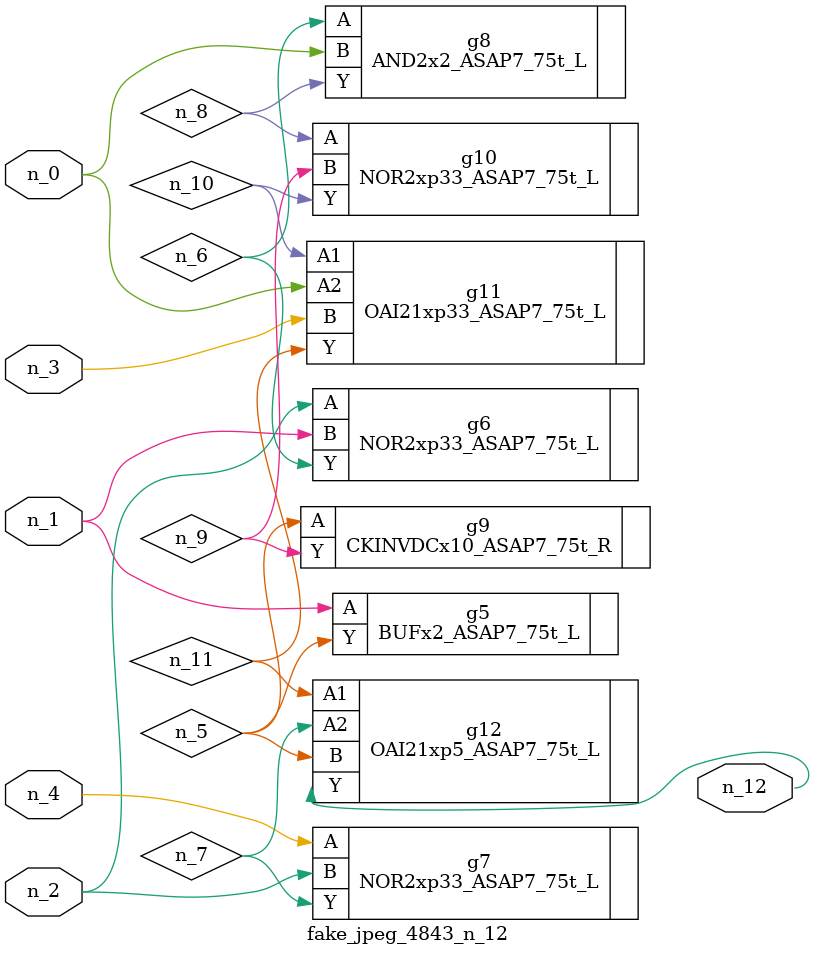
<source format=v>
module fake_jpeg_4843_n_12 (n_3, n_2, n_1, n_0, n_4, n_12);

input n_3;
input n_2;
input n_1;
input n_0;
input n_4;

output n_12;

wire n_11;
wire n_10;
wire n_8;
wire n_9;
wire n_6;
wire n_5;
wire n_7;

BUFx2_ASAP7_75t_L g5 ( 
.A(n_1),
.Y(n_5)
);

NOR2xp33_ASAP7_75t_L g6 ( 
.A(n_2),
.B(n_1),
.Y(n_6)
);

NOR2xp33_ASAP7_75t_L g7 ( 
.A(n_4),
.B(n_2),
.Y(n_7)
);

AND2x2_ASAP7_75t_L g8 ( 
.A(n_6),
.B(n_0),
.Y(n_8)
);

NOR2xp33_ASAP7_75t_L g10 ( 
.A(n_8),
.B(n_9),
.Y(n_10)
);

CKINVDCx10_ASAP7_75t_R g9 ( 
.A(n_5),
.Y(n_9)
);

OAI21xp33_ASAP7_75t_L g11 ( 
.A1(n_10),
.A2(n_0),
.B(n_3),
.Y(n_11)
);

OAI21xp5_ASAP7_75t_L g12 ( 
.A1(n_11),
.A2(n_7),
.B(n_5),
.Y(n_12)
);


endmodule
</source>
